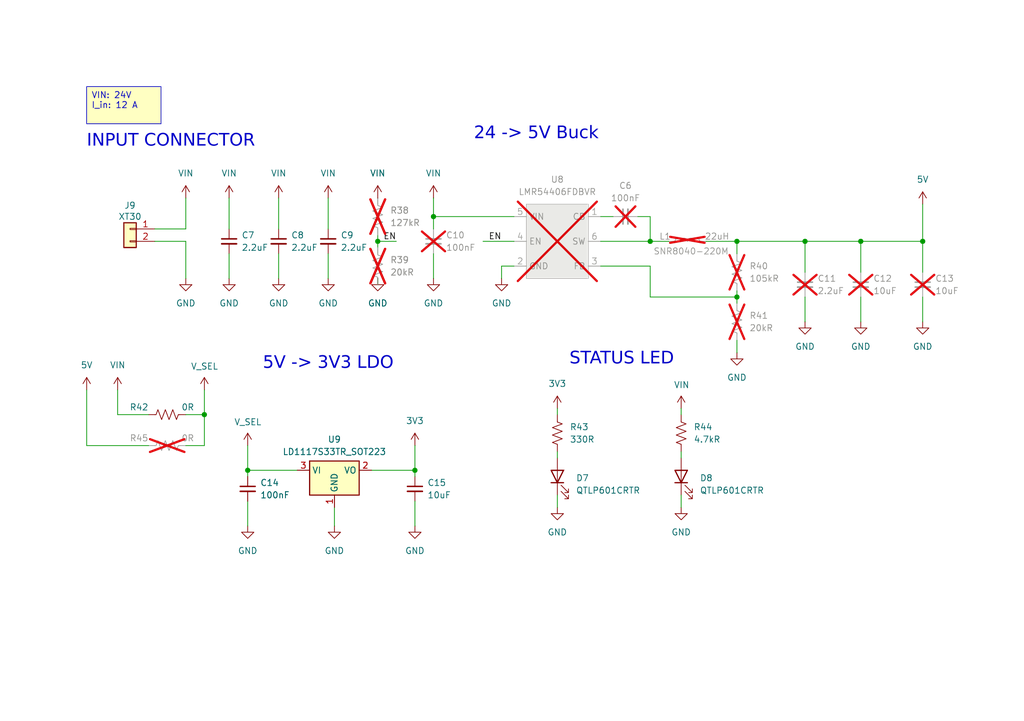
<source format=kicad_sch>
(kicad_sch (version 20231120) (generator "eeschema") (generator_version "8.0")
  (paper "A5")
  (title_block (date "2024-11-13") (rev "1.2.0") (company "Demeter") (comment 1 "Akshat Doctor"))
  (lib_symbols
    (symbol "Connector_Generic:Conn_01x02" (pin_names (offset 1.016) hide)
      (property "Reference" "J" (at 0 2.54 0))
      (property "Value" "Conn_01x02" (at 0 -5.08 0))
      (symbol "Conn_01x02_1_1"
        (rectangle (start -1.27 -2.413) (end 0 -2.667) (stroke (width 0.1524)))
        (rectangle (start -1.27 0.127) (end 0 -0.127) (stroke (width 0.1524)))
        (rectangle (start -1.27 1.27) (end 1.27 -3.81) (stroke (width 0.254)) (fill (type background)))
        (pin passive line (at -5.08 0 0) (length 3.81) (name "Pin_1") (number "1"))
        (pin passive line (at -5.08 -2.54 0) (length 3.81) (name "Pin_2") (number "2"))
      )
    )
    (symbol "Demeter_Extra:LMR54406"
      (property "Reference" "U2" (at 6.35 19.05 0))
      (property "Value" "LMR54406FDBVR" (at 6.35 16.51 0))
      (symbol "LMR54406_1_1"
        (rectangle (start 0 15.24) (end 12.7 0) (stroke (width 0) (color 255 0 0 1)) (fill (type background)))
        (pin passive line (at 15.24 12.7 180) (length 2.54) (name "CB") (number "1"))
        (pin passive line (at -2.54 2.54 0) (length 2.54) (name "GND") (number "2"))
        (pin passive line (at 15.24 2.54 180) (length 2.54) (name "FB") (number "3"))
        (pin passive line (at -2.54 7.62 0) (length 2.54) (name "EN") (number "4"))
        (pin passive line (at -2.54 12.7 0) (length 2.54) (name "VIN") (number "5"))
        (pin passive line (at 15.24 7.62 180) (length 2.54) (name "SW") (number "6"))
      )
    )
    (symbol "Device:C_Small" (pin_numbers hide) (pin_names (offset 0.254) hide)
      (property "Reference" "C" (at 0.254 1.778 0))
      (property "Value" "C_Small" (at 0.254 -2.032 0))
      (symbol "C_Small_0_1"
        (polyline (pts (xy -1.524 -0.508) (xy 1.524 -0.508)) (stroke (width 0.3302)))
        (polyline (pts (xy -1.524 0.508) (xy 1.524 0.508)) (stroke (width 0.3048)))
      )
      (symbol "C_Small_1_1"
        (pin passive line (at 0 2.54 270) (length 2.032) (name "~") (number "1"))
        (pin passive line (at 0 -2.54 90) (length 2.032) (name "~") (number "2"))
      )
    )
    (symbol "Device:L" (pin_numbers hide) (pin_names (offset 1.016) hide)
      (property "Reference" "L" (at -1.27 0 90))
      (property "Value" "L" (at 1.905 0 90))
      (symbol "L_0_1"
        (arc (start 0 -2.54) (mid 0.6323 -1.905) (end 0 -1.27))
        (arc (start 0 -1.27) (mid 0.6323 -0.635) (end 0 0))
        (arc (start 0 0) (mid 0.6323 0.635) (end 0 1.27))
        (arc (start 0 1.27) (mid 0.6323 1.905) (end 0 2.54))
      )
      (symbol "L_1_1"
        (pin passive line (at 0 3.81 270) (length 1.27) (name "1") (number "1"))
        (pin passive line (at 0 -3.81 90) (length 1.27) (name "2") (number "2"))
      )
    )
    (symbol "Device:LED" (pin_numbers hide) (pin_names (offset 1.016) hide)
      (property "Reference" "D" (at 0 2.54 0))
      (property "Value" "LED" (at 0 -2.54 0))
      (symbol "LED_0_1"
        (polyline (pts (xy -1.27 -1.27) (xy -1.27 1.27)) (stroke (width 0.254)))
        (polyline (pts (xy -1.27 0) (xy 1.27 0)))
        (polyline (pts (xy 1.27 -1.27) (xy 1.27 1.27) (xy -1.27 0) (xy 1.27 -1.27)) (stroke (width 0.254)))
        (polyline (pts (xy -3.048 -0.762) (xy -4.572 -2.286) (xy -3.81 -2.286) (xy -4.572 -2.286) (xy -4.572 -1.524)))
        (polyline (pts (xy -1.778 -0.762) (xy -3.302 -2.286) (xy -2.54 -2.286) (xy -3.302 -2.286) (xy -3.302 -1.524)))
      )
      (symbol "LED_1_1"
        (pin passive line (at -3.81 0 0) (length 2.54) (name "K") (number "1"))
        (pin passive line (at 3.81 0 180) (length 2.54) (name "A") (number "2"))
      )
    )
    (symbol "Device:R_US" (pin_numbers hide) (pin_names (offset 0))
      (property "Reference" "R" (at 2.54 0 90))
      (property "Value" "R_US" (at -2.54 0 90))
      (symbol "R_US_0_1"
        (polyline (pts (xy 0 -2.286) (xy 0 -2.54)))
        (polyline (pts (xy 0 2.286) (xy 0 2.54)))
        (polyline (pts (xy 0 -0.762) (xy 1.016 -1.143) (xy 0 -1.524) (xy -1.016 -1.905) (xy 0 -2.286)))
        (polyline (pts (xy 0 0.762) (xy 1.016 0.381) (xy 0 0) (xy -1.016 -0.381) (xy 0 -0.762)))
        (polyline (pts (xy 0 2.286) (xy 1.016 1.905) (xy 0 1.524) (xy -1.016 1.143) (xy 0 0.762)))
      )
      (symbol "R_US_1_1"
        (pin passive line (at 0 3.81 270) (length 1.27) (name "~") (number "1"))
        (pin passive line (at 0 -3.81 90) (length 1.27) (name "~") (number "2"))
      )
    )
    (symbol "Regulator_Linear:LD1117S33TR_SOT223"
      (property "Reference" "U" (at -3.81 3.175 0))
      (property "Value" "LD1117S33TR_SOT223" (at 0 3.175 0))
      (symbol "LD1117S33TR_SOT223_0_1"
        (rectangle (start -5.08 -5.08) (end 5.08 1.905) (stroke (width 0.254)) (fill (type background)))
      )
      (symbol "LD1117S33TR_SOT223_1_1"
        (pin power_in line (at 0 -7.62 90) (length 2.54) (name "GND") (number "1"))
        (pin power_out line (at 7.62 0 180) (length 2.54) (name "VO") (number "2"))
        (pin power_in line (at -7.62 0 0) (length 2.54) (name "VI") (number "3"))
      )
    )
    (symbol "power:GND" (power) (pin_numbers hide) (pin_names (offset 0) hide)
      (property "Value" "GND" (at 0 -3.81 0))
      (symbol "GND_0_1"
        (polyline (pts (xy 0 0) (xy 0 -1.27) (xy 1.27 -1.27) (xy 0 -2.54) (xy -1.27 -1.27) (xy 0 -1.27)))
      )
      (symbol "GND_1_1"
        (pin power_in line (at 0 0 270) (length 0) (name "~") (number "1"))
      )
    )
    (symbol "power:VBUS" (power) (pin_numbers hide) (pin_names (offset 0) hide)
      (property "Value" "VBUS" (at 0 3.556 0))
      (symbol "VBUS_0_1"
        (polyline (pts (xy -0.762 1.27) (xy 0 2.54)))
        (polyline (pts (xy 0 0) (xy 0 2.54)))
        (polyline (pts (xy 0 2.54) (xy 0.762 1.27)))
      )
      (symbol "VBUS_1_1"
        (pin power_in line (at 0 0 90) (length 0) (name "~") (number "1"))
      )
    )
  )
  (junction (at 176.53 49.53))
  (junction (at 189.23 49.53))
  (junction (at 41.91 85.09))
  (junction (at 165.1 49.53))
  (junction (at 77.47 49.53))
  (junction (at 50.8 96.52))
  (junction (at 88.9 44.45))
  (junction (at 85.09 96.52))
  (junction (at 133.35 49.53))
  (junction (at 151.13 49.53))
  (junction (at 151.13 60.96))
  (wire (pts (xy 176.53 60.96) (xy 176.53 66.04)))
  (wire (pts (xy 85.09 96.52) (xy 85.09 97.79)))
  (wire (pts (xy 151.13 69.85) (xy 151.13 72.39)))
  (wire (pts (xy 139.7 101.6) (xy 139.7 104.14)))
  (wire (pts (xy 31.75 49.53) (xy 38.1 49.53)))
  (wire (pts (xy 123.19 44.45) (xy 125.73 44.45)))
  (wire (pts (xy 189.23 49.53) (xy 176.53 49.53)))
  (wire (pts (xy 41.91 80.01) (xy 41.91 85.09)))
  (wire (pts (xy 77.47 49.53) (xy 77.47 50.8)))
  (wire (pts (xy 77.47 48.26) (xy 77.47 49.53)))
  (wire (pts (xy 85.09 102.87) (xy 85.09 107.95)))
  (wire (pts (xy 77.47 49.53) (xy 81.28 49.53)))
  (wire (pts (xy 68.58 104.14) (xy 68.58 107.95)))
  (wire (pts (xy 41.91 91.44) (xy 41.91 85.09)))
  (wire (pts (xy 114.3 101.6) (xy 114.3 104.14)))
  (wire (pts (xy 77.47 57.15) (xy 77.47 58.42)))
  (wire (pts (xy 151.13 59.69) (xy 151.13 60.96)))
  (wire (pts (xy 151.13 49.53) (xy 165.1 49.53)))
  (wire (pts (xy 24.13 85.09) (xy 30.48 85.09)))
  (wire (pts (xy 38.1 49.53) (xy 38.1 57.15)))
  (wire (pts (xy 189.23 60.96) (xy 189.23 66.04)))
  (wire (pts (xy 114.3 92.71) (xy 114.3 93.98)))
  (wire (pts (xy 50.8 96.52) (xy 60.96 96.52)))
  (wire (pts (xy 189.23 55.88) (xy 189.23 49.53)))
  (wire (pts (xy 67.31 52.07) (xy 67.31 57.15)))
  (wire (pts (xy 76.2 96.52) (xy 85.09 96.52)))
  (wire (pts (xy 130.81 44.45) (xy 133.35 44.45)))
  (wire (pts (xy 176.53 49.53) (xy 176.53 55.88)))
  (wire (pts (xy 139.7 92.71) (xy 139.7 93.98)))
  (wire (pts (xy 133.35 44.45) (xy 133.35 49.53)))
  (wire (pts (xy 88.9 44.45) (xy 105.41 44.45)))
  (wire (pts (xy 50.8 96.52) (xy 50.8 97.79)))
  (wire (pts (xy 165.1 60.96) (xy 165.1 66.04)))
  (wire (pts (xy 133.35 60.96) (xy 151.13 60.96)))
  (wire (pts (xy 85.09 91.44) (xy 85.09 96.52)))
  (wire (pts (xy 67.31 40.64) (xy 67.31 46.99)))
  (wire (pts (xy 31.75 46.99) (xy 38.1 46.99)))
  (wire (pts (xy 17.78 80.01) (xy 17.78 91.44)))
  (wire (pts (xy 105.41 54.61) (xy 102.87 54.61)))
  (wire (pts (xy 57.15 40.64) (xy 57.15 46.99)))
  (wire (pts (xy 99.06 49.53) (xy 105.41 49.53)))
  (wire (pts (xy 144.78 49.53) (xy 151.13 49.53)))
  (wire (pts (xy 189.23 41.91) (xy 189.23 49.53)))
  (wire (pts (xy 88.9 44.45) (xy 88.9 46.99)))
  (wire (pts (xy 151.13 49.53) (xy 151.13 52.07)))
  (wire (pts (xy 88.9 52.07) (xy 88.9 57.15)))
  (wire (pts (xy 139.7 83.82) (xy 139.7 85.09)))
  (wire (pts (xy 88.9 40.64) (xy 88.9 44.45)))
  (wire (pts (xy 123.19 54.61) (xy 133.35 54.61)))
  (wire (pts (xy 165.1 49.53) (xy 176.53 49.53)))
  (wire (pts (xy 46.99 40.64) (xy 46.99 46.99)))
  (wire (pts (xy 24.13 80.01) (xy 24.13 85.09)))
  (wire (pts (xy 151.13 60.96) (xy 151.13 62.23)))
  (wire (pts (xy 38.1 40.64) (xy 38.1 46.99)))
  (wire (pts (xy 38.1 91.44) (xy 41.91 91.44)))
  (wire (pts (xy 102.87 54.61) (xy 102.87 57.15)))
  (wire (pts (xy 133.35 49.53) (xy 137.16 49.53)))
  (wire (pts (xy 41.91 85.09) (xy 38.1 85.09)))
  (wire (pts (xy 50.8 102.87) (xy 50.8 107.95)))
  (wire (pts (xy 50.8 91.44) (xy 50.8 96.52)))
  (wire (pts (xy 17.78 91.44) (xy 30.48 91.44)))
  (wire (pts (xy 123.19 49.53) (xy 133.35 49.53)))
  (wire (pts (xy 57.15 52.07) (xy 57.15 57.15)))
  (wire (pts (xy 133.35 54.61) (xy 133.35 60.96)))
  (wire (pts (xy 46.99 52.07) (xy 46.99 57.15)))
  (wire (pts (xy 114.3 83.82) (xy 114.3 85.09)))
  (wire (pts (xy 165.1 49.53) (xy 165.1 55.88)))
  (text_box "VIN: 24V\nI_in: 12 A\n" (at 17.78 17.78 0) (size 15.24 7.62) (fill (type color) (color 255 255 194 1)) (effects (font (size 1.27 1.27)) (justify left top)))
  (text "5V -> 3V3 LDO\n\n" (exclude_from_sim yes) (at 67.31 77.47 0) (effects (font (size 2.54 2.54))))
  (text "STATUS LED\n" (exclude_from_sim yes) (at 127.508 74.422 0) (effects (font (size 2.54 2.54))))
  (text "24 -> 5V Buck\n" (exclude_from_sim yes) (at 109.982 28.194 0) (effects (font (size 2.54 2.54))))
  (text "INPUT CONNECTOR\n" (exclude_from_sim yes) (at 35.052 29.718 0) (effects (font (size 2.54 2.54))))
  (label "EN" (at 81.28 49.53 180))
  (label "EN" (at 102.87 49.53 180))
  (symbol (lib_id "Device:R_US") (at 151.13 55.88 0) (unit 1) (dnp yes)
    (property "Reference" "R40" (at 153.67 54.6099 0) (effects (justify left)))
    (property "Value" "105kR" (at 153.67 57.1499 0) (effects (justify left)))
    (property "Footprint" "Resistor_SMD:R_0402_1005Metric" (effects (hide yes)))
    (property "Description" "Resistor, US symbol" (effects (hide yes)))
    (property "Part Number" "RC0603FR-07105KL" (effects (hide yes)))
  )
  (symbol (lib_id "power:GND") (at 57.15 57.15 0) (unit 1)
    (property "Reference" "#PWR093" (effects (hide yes)))
    (property "Value" "GND" (at 57.15 62.23 0))
    (property "Description" "Power symbol creates a global label with name \"GND\" , ground" (effects (hide yes)))
  )
  (symbol (lib_id "power:VBUS") (at 38.1 40.64 0) (unit 1)
    (property "Reference" "#PWR085" (effects (hide yes)))
    (property "Value" "VIN" (at 38.1 35.56 0))
    (property "Description" "Power symbol creates a global label with name \"VBUS\"" (effects (hide yes)))
  )
  (symbol (lib_id "Device:C_Small") (at 85.09 100.33 0) (unit 1)
    (property "Reference" "C15" (at 87.63 99.0662 0) (effects (justify left)))
    (property "Value" "10uF" (at 87.63 101.6062 0) (effects (justify left)))
    (property "Footprint" "Capacitor_SMD:C_1210_3225Metric" (effects (hide yes)))
    (property "Description" "Unpolarized capacitor, small symbol" (effects (hide yes)))
    (property "Part Number" "CL32B106KMVNNWE" (effects (hide yes)))
  )
  (symbol (lib_id "power:GND") (at 38.1 57.15 0) (unit 1)
    (property "Reference" "#PWR091" (effects (hide yes)))
    (property "Value" "GND" (at 38.1 62.23 0))
    (property "Description" "Power symbol creates a global label with name \"GND\" , ground" (effects (hide yes)))
  )
  (symbol (lib_id "power:VBUS") (at 17.78 80.01 0) (unit 1)
    (property "Reference" "#PWR0102" (effects (hide yes)))
    (property "Value" "5V" (at 17.78 74.93 0))
    (property "Description" "Power symbol creates a global label with name \"VBUS\"" (effects (hide yes)))
  )
  (symbol (lib_id "power:GND") (at 50.8 107.95 0) (unit 1)
    (property "Reference" "#PWR0111" (effects (hide yes)))
    (property "Value" "GND" (at 50.8 113.03 0))
    (property "Description" "Power symbol creates a global label with name \"GND\" , ground" (effects (hide yes)))
  )
  (symbol (lib_id "power:VBUS") (at 88.9 40.64 0) (unit 1)
    (property "Reference" "#PWR084" (effects (hide yes)))
    (property "Value" "VIN" (at 88.9 35.56 0))
    (property "Description" "Power symbol creates a global label with name \"VBUS\"" (effects (hide yes)))
  )
  (symbol (lib_id "Device:C_Small") (at 50.8 100.33 0) (unit 1)
    (property "Reference" "C14" (at 53.34 99.0662 0) (effects (justify left)))
    (property "Value" "100nF" (at 53.34 101.6062 0) (effects (justify left)))
    (property "Footprint" "Capacitor_SMD:C_1206_3216Metric" (effects (hide yes)))
    (property "Description" "Unpolarized capacitor, small symbol" (effects (hide yes)))
    (property "Part Number" "CL31B104KCFNNNE" (effects (hide yes)))
  )
  (symbol (lib_id "power:GND") (at 165.1 66.04 0) (unit 1)
    (property "Reference" "#PWR098" (effects (hide yes)))
    (property "Value" "GND" (at 165.1 71.12 0))
    (property "Description" "Power symbol creates a global label with name \"GND\" , ground" (effects (hide yes)))
  )
  (symbol (lib_id "power:VBUS") (at 67.31 40.64 0) (unit 1)
    (property "Reference" "#PWR088" (effects (hide yes)))
    (property "Value" "VIN" (at 67.31 35.56 0))
    (property "Description" "Power symbol creates a global label with name \"VBUS\"" (effects (hide yes)))
  )
  (symbol (lib_id "Device:C_Small") (at 165.1 58.42 0) (unit 1) (dnp yes)
    (property "Reference" "C11" (at 167.64 57.1562 0) (effects (justify left)))
    (property "Value" "2.2uF" (at 167.64 59.6962 0) (effects (justify left)))
    (property "Footprint" "Capacitor_SMD:C_1206_3216Metric" (effects (hide yes)))
    (property "Description" "Unpolarized capacitor, small symbol" (effects (hide yes)))
    (property "Part Number" "CL31B225KCHSNNE" (effects (hide yes)))
  )
  (symbol (lib_id "power:GND") (at 67.31 57.15 0) (unit 1)
    (property "Reference" "#PWR094" (effects (hide yes)))
    (property "Value" "GND" (at 67.31 62.23 0))
    (property "Description" "Power symbol creates a global label with name \"GND\" , ground" (effects (hide yes)))
  )
  (symbol (lib_id "power:GND") (at 88.9 57.15 0) (unit 1)
    (property "Reference" "#PWR096" (effects (hide yes)))
    (property "Value" "GND" (at 88.9 62.23 0))
    (property "Description" "Power symbol creates a global label with name \"GND\" , ground" (effects (hide yes)))
  )
  (symbol (lib_id "power:VBUS") (at 41.91 80.01 0) (unit 1)
    (property "Reference" "#PWR0104" (effects (hide yes)))
    (property "Value" "V_SEL" (at 39.116 75.184 0) (effects (justify left)))
    (property "Description" "Power symbol creates a global label with name \"VBUS\"" (effects (hide yes)))
  )
  (symbol (lib_id "Device:LED") (at 139.7 97.79 90) (unit 1)
    (property "Reference" "D8" (at 143.51 98.1074 90) (effects (justify right)))
    (property "Value" "QTLP601CRTR" (at 143.51 100.6474 90) (effects (justify right)))
    (property "Footprint" "LED_SMD:LED_0603_1608Metric" (effects (hide yes)))
    (property "Description" "Light emitting diode" (effects (hide yes)))
    (property "Part Number" "QTLP601CRTR" (effects (hide yes)))
  )
  (symbol (lib_id "Device:R_US") (at 151.13 66.04 0) (unit 1) (dnp yes)
    (property "Reference" "R41" (at 153.67 64.7699 0) (effects (justify left)))
    (property "Value" "20kR" (at 153.67 67.3099 0) (effects (justify left)))
    (property "Footprint" "Resistor_SMD:R_0402_1005Metric" (effects (hide yes)))
    (property "Description" "Resistor, US symbol" (effects (hide yes)))
    (property "Part Number" "RC0603FR-0720KL" (effects (hide yes)))
  )
  (symbol (lib_id "Device:C_Small") (at 176.53 58.42 0) (unit 1) (dnp yes)
    (property "Reference" "C12" (at 179.07 57.1562 0) (effects (justify left)))
    (property "Value" "10uF" (at 179.07 59.6962 0) (effects (justify left)))
    (property "Footprint" "Capacitor_SMD:C_1210_3225Metric" (effects (hide yes)))
    (property "Description" "Unpolarized capacitor, small symbol" (effects (hide yes)))
    (property "Part Number" "CL32B106KMVNNWE" (effects (hide yes)))
  )
  (symbol (lib_id "Device:R_US") (at 114.3 88.9 180) (unit 1)
    (property "Reference" "R43" (at 116.84 87.6299 0) (effects (justify right)))
    (property "Value" "330R" (at 116.84 90.1699 0) (effects (justify right)))
    (property "Footprint" "Resistor_SMD:R_0402_1005Metric" (effects (hide yes)))
    (property "Description" "Resistor, US symbol" (effects (hide yes)))
    (property "Part Number" "RC0603FR-07330RL" (effects (hide yes)))
  )
  (symbol (lib_id "power:GND") (at 68.58 107.95 0) (unit 1)
    (property "Reference" "#PWR0112" (effects (hide yes)))
    (property "Value" "GND" (at 68.58 113.03 0))
    (property "Description" "Power symbol creates a global label with name \"GND\" , ground" (effects (hide yes)))
  )
  (symbol (lib_id "Device:R_US") (at 139.7 88.9 180) (unit 1)
    (property "Reference" "R44" (at 142.24 87.6299 0) (effects (justify right)))
    (property "Value" "4.7kR" (at 142.24 90.1699 0) (effects (justify right)))
    (property "Footprint" "Resistor_SMD:R_0603_1608Metric" (effects (hide yes)))
    (property "Description" "Resistor, US symbol" (effects (hide yes)))
    (property "Part Number" "RC0603FR-074K7L" (effects (hide yes)))
  )
  (symbol (lib_id "power:GND") (at 114.3 104.14 0) (mirror y) (unit 1)
    (property "Reference" "#PWR0109" (effects (hide yes)))
    (property "Value" "GND" (at 114.3 109.22 0))
    (property "Description" "Power symbol creates a global label with name \"GND\" , ground" (effects (hide yes)))
  )
  (symbol (lib_id "power:VBUS") (at 139.7 83.82 0) (mirror y) (unit 1)
    (property "Reference" "#PWR0106" (effects (hide yes)))
    (property "Value" "VIN" (at 138.176 78.994 0) (effects (justify right)))
    (property "Description" "Power symbol creates a global label with name \"VBUS\"" (effects (hide yes)))
  )
  (symbol (lib_id "Device:C_Small") (at 88.9 49.53 0) (unit 1) (dnp yes)
    (property "Reference" "C10" (at 91.44 48.2662 0) (effects (justify left)))
    (property "Value" "100nF" (at 91.44 50.8062 0) (effects (justify left)))
    (property "Footprint" "Capacitor_SMD:C_1206_3216Metric" (effects (hide yes)))
    (property "Description" "Unpolarized capacitor, small symbol" (effects (hide yes)))
    (property "Part Number" "CL31B104KCFNNNE" (effects (hide yes)))
  )
  (symbol (lib_id "Connector_Generic:Conn_01x02") (at 26.67 46.99 0) (mirror y) (unit 1)
    (property "Reference" "J9" (at 26.67 42.164 0))
    (property "Value" "XT30" (at 26.67 44.45 0))
    (property "Footprint" "DEMETER_LIB:XT30" (effects (hide yes)))
    (property "Description" "Generic connector, single row, 01x02, script generated (kicad-library-utils/schlib/autogen/connector/)" (effects (hide yes)))
    (property "Part Number" "XT30" (effects (hide yes)))
  )
  (symbol (lib_id "power:GND") (at 85.09 107.95 0) (unit 1)
    (property "Reference" "#PWR0113" (effects (hide yes)))
    (property "Value" "GND" (at 85.09 113.03 0))
    (property "Description" "Power symbol creates a global label with name \"GND\" , ground" (effects (hide yes)))
  )
  (symbol (lib_id "power:VBUS") (at 189.23 41.91 0) (unit 1)
    (property "Reference" "#PWR090" (effects (hide yes)))
    (property "Value" "5V" (at 189.23 36.83 0))
    (property "Description" "Power symbol creates a global label with name \"VBUS\"" (effects (hide yes)))
  )
  (symbol (lib_id "power:GND") (at 46.99 57.15 0) (unit 1)
    (property "Reference" "#PWR092" (effects (hide yes)))
    (property "Value" "GND" (at 46.99 62.23 0))
    (property "Description" "Power symbol creates a global label with name \"GND\" , ground" (effects (hide yes)))
  )
  (symbol (lib_id "Demeter_Extra:LMR54406") (at 107.95 57.15 0) (unit 1) (dnp yes)
    (property "Reference" "U8" (at 114.3 36.83 0))
    (property "Value" "LMR54406FDBVR" (at 114.3 39.37 0))
    (property "Footprint" "Package_TO_SOT_SMD:SOT-23-6" (effects (hide yes)))
    (property "Part Number" "LMR54406FDBVR" (effects (hide yes)))
  )
  (symbol (lib_id "power:GND") (at 102.87 57.15 0) (unit 1)
    (property "Reference" "#PWR097" (effects (hide yes)))
    (property "Value" "GND" (at 102.87 62.23 0))
    (property "Description" "Power symbol creates a global label with name \"GND\" , ground" (effects (hide yes)))
  )
  (symbol (lib_id "Device:R_US") (at 34.29 91.44 90) (unit 1) (dnp yes)
    (property "Reference" "R45" (at 30.48 89.916 90) (effects (justify left)))
    (property "Value" "0R" (at 39.878 89.916 90) (effects (justify left)))
    (property "Footprint" "Resistor_SMD:R_0603_1608Metric" (effects (hide yes)))
    (property "Description" "Resistor, US symbol" (effects (hide yes)))
    (property "Part Number" "RC0603FR-070RL" (effects (hide yes)))
  )
  (symbol (lib_id "Device:R_US") (at 77.47 54.61 0) (unit 1) (dnp yes)
    (property "Reference" "R39" (at 80.01 53.3399 0) (effects (justify left)))
    (property "Value" "20kR" (at 80.01 55.8799 0) (effects (justify left)))
    (property "Footprint" "Resistor_SMD:R_0402_1005Metric" (effects (hide yes)))
    (property "Description" "Resistor, US symbol" (effects (hide yes)))
    (property "Part Number" "RC0603FR-0720KL" (effects (hide yes)))
  )
  (symbol (lib_id "power:GND") (at 151.13 72.39 0) (unit 1)
    (property "Reference" "#PWR0101" (effects (hide yes)))
    (property "Value" "GND" (at 151.13 77.47 0))
    (property "Description" "Power symbol creates a global label with name \"GND\" , ground" (effects (hide yes)))
  )
  (symbol (lib_id "Device:C_Small") (at 67.31 49.53 0) (unit 1)
    (property "Reference" "C9" (at 69.85 48.2662 0) (effects (justify left)))
    (property "Value" "2.2uF" (at 69.85 50.8062 0) (effects (justify left)))
    (property "Footprint" "Capacitor_SMD:C_1206_3216Metric" (effects (hide yes)))
    (property "Description" "Unpolarized capacitor, small symbol" (effects (hide yes)))
    (property "Part Number" "CL31B225KCHSNNE" (effects (hide yes)))
  )
  (symbol (lib_id "power:GND") (at 176.53 66.04 0) (unit 1)
    (property "Reference" "#PWR099" (effects (hide yes)))
    (property "Value" "GND" (at 176.53 71.12 0))
    (property "Description" "Power symbol creates a global label with name \"GND\" , ground" (effects (hide yes)))
  )
  (symbol (lib_id "Device:R_US") (at 77.47 44.45 0) (unit 1) (dnp yes)
    (property "Reference" "R38" (at 80.01 43.1799 0) (effects (justify left)))
    (property "Value" "127kR" (at 80.01 45.7199 0) (effects (justify left)))
    (property "Footprint" "Resistor_SMD:R_0402_1005Metric" (effects (hide yes)))
    (property "Description" "Resistor, US symbol" (effects (hide yes)))
    (property "Part Number" "RC0603FR-07127KL" (effects (hide yes)))
  )
  (symbol (lib_id "Device:C_Small") (at 128.27 44.45 90) (unit 1) (dnp yes)
    (property "Reference" "C6" (at 128.2763 38.1 90))
    (property "Value" "100nF" (at 128.2763 40.64 90))
    (property "Footprint" "Capacitor_SMD:C_1206_3216Metric" (effects (hide yes)))
    (property "Description" "Unpolarized capacitor, small symbol" (effects (hide yes)))
    (property "Part Number" "CL31B104KCFNNNE" (effects (hide yes)))
  )
  (symbol (lib_id "power:VBUS") (at 50.8 91.44 0) (unit 1)
    (property "Reference" "#PWR0107" (effects (hide yes)))
    (property "Value" "V_SEL" (at 48.006 86.614 0) (effects (justify left)))
    (property "Description" "Power symbol creates a global label with name \"VBUS\"" (effects (hide yes)))
  )
  (symbol (lib_id "Regulator_Linear:LD1117S33TR_SOT223") (at 68.58 96.52 0) (unit 1)
    (property "Reference" "U9" (at 68.58 90.17 0))
    (property "Value" "LD1117S33TR_SOT223" (at 68.58 92.71 0))
    (property "Footprint" "Package_TO_SOT_SMD:SOT-223-3_TabPin2" (effects (hide yes)))
    (property "Datasheet" "http://www.st.com/st-web-ui/static/active/en/resource/technical/document/datasheet/CD00000544.pdf" (effects (hide yes)))
    (property "Description" "800mA Fixed Low Drop Positive Voltage Regulator, Fixed Output 3.3V, SOT-223" (effects (hide yes)))
    (property "Part Number" "LD1117S33TR_SOT223" (effects (hide yes)))
  )
  (symbol (lib_id "power:GND") (at 189.23 66.04 0) (unit 1)
    (property "Reference" "#PWR0100" (effects (hide yes)))
    (property "Value" "GND" (at 189.23 71.12 0))
    (property "Description" "Power symbol creates a global label with name \"GND\" , ground" (effects (hide yes)))
  )
  (symbol (lib_id "Device:LED") (at 114.3 97.79 90) (unit 1)
    (property "Reference" "D7" (at 118.11 98.1074 90) (effects (justify right)))
    (property "Value" "QTLP601CRTR" (at 118.11 100.6474 90) (effects (justify right)))
    (property "Footprint" "LED_SMD:LED_0603_1608Metric" (effects (hide yes)))
    (property "Description" "Light emitting diode" (effects (hide yes)))
    (property "Part Number" "QTLP601CRTR" (effects (hide yes)))
  )
  (symbol (lib_id "power:VBUS") (at 57.15 40.64 0) (unit 1)
    (property "Reference" "#PWR087" (effects (hide yes)))
    (property "Value" "VIN" (at 57.15 35.56 0))
    (property "Description" "Power symbol creates a global label with name \"VBUS\"" (effects (hide yes)))
  )
  (symbol (lib_id "power:VBUS") (at 24.13 80.01 0) (unit 1)
    (property "Reference" "#PWR0103" (effects (hide yes)))
    (property "Value" "VIN" (at 24.13 74.93 0))
    (property "Description" "Power symbol creates a global label with name \"VBUS\"" (effects (hide yes)))
  )
  (symbol (lib_id "power:GND") (at 77.47 57.15 0) (unit 1)
    (property "Reference" "#PWR095" (effects (hide yes)))
    (property "Value" "GND" (at 77.47 62.23 0))
    (property "Description" "Power symbol creates a global label with name \"GND\" , ground" (effects (hide yes)))
  )
  (symbol (lib_id "power:VBUS") (at 114.3 83.82 0) (mirror y) (unit 1)
    (property "Reference" "#PWR0105" (effects (hide yes)))
    (property "Value" "3V3" (at 114.3 78.74 0))
    (property "Description" "Power symbol creates a global label with name \"VBUS\"" (effects (hide yes)))
  )
  (symbol (lib_id "Device:C_Small") (at 189.23 58.42 0) (unit 1) (dnp yes)
    (property "Reference" "C13" (at 191.77 57.1562 0) (effects (justify left)))
    (property "Value" "10uF" (at 191.77 59.6962 0) (effects (justify left)))
    (property "Footprint" "Capacitor_SMD:C_1210_3225Metric" (effects (hide yes)))
    (property "Description" "Unpolarized capacitor, small symbol" (effects (hide yes)))
    (property "Part Number" "CL32B106KMVNNWE" (effects (hide yes)))
  )
  (symbol (lib_id "Device:L") (at 140.97 49.53 90) (unit 1) (dnp yes)
    (property "Reference" "L1" (at 136.398 48.514 90))
    (property "Value" "22uH" (at 147.066 48.514 90))
    (property "Footprint" "Inductor_SMD:L_Bourns-SRN8040_8x8.15mm" (effects (hide yes)))
    (property "Description" "Inductor" (effects (hide yes)))
    (property "Part Number" "SNR8040-220M" (at 141.732 51.562 90))
  )
  (symbol (lib_id "power:VBUS") (at 77.47 40.64 0) (unit 1)
    (property "Reference" "#PWR089" (effects (hide yes)))
    (property "Value" "VIN" (at 77.47 35.56 0))
    (property "Description" "Power symbol creates a global label with name \"VBUS\"" (effects (hide yes)))
  )
  (symbol (lib_id "Device:C_Small") (at 57.15 49.53 0) (unit 1)
    (property "Reference" "C8" (at 59.69 48.2662 0) (effects (justify left)))
    (property "Value" "2.2uF" (at 59.69 50.8062 0) (effects (justify left)))
    (property "Footprint" "Capacitor_SMD:C_1206_3216Metric" (effects (hide yes)))
    (property "Description" "Unpolarized capacitor, small symbol" (effects (hide yes)))
    (property "Part Number" "CL31B225KCHSNNE" (effects (hide yes)))
  )
  (symbol (lib_id "Device:R_US") (at 34.29 85.09 90) (unit 1)
    (property "Reference" "R42" (at 30.48 83.566 90) (effects (justify left)))
    (property "Value" "0R" (at 39.878 83.566 90) (effects (justify left)))
    (property "Footprint" "Resistor_SMD:R_0603_1608Metric" (effects (hide yes)))
    (property "Description" "Resistor, US symbol" (effects (hide yes)))
    (property "Part Number" "RC0603FR-070RL" (effects (hide yes)))
  )
  (symbol (lib_id "power:VBUS") (at 85.09 91.44 0) (mirror y) (unit 1)
    (property "Reference" "#PWR0108" (effects (hide yes)))
    (property "Value" "3V3" (at 85.09 86.36 0))
    (property "Description" "Power symbol creates a global label with name \"VBUS\"" (effects (hide yes)))
  )
  (symbol (lib_id "power:VBUS") (at 46.99 40.64 0) (unit 1)
    (property "Reference" "#PWR086" (effects (hide yes)))
    (property "Value" "VIN" (at 46.99 35.56 0))
    (property "Description" "Power symbol creates a global label with name \"VBUS\"" (effects (hide yes)))
  )
  (symbol (lib_id "power:GND") (at 139.7 104.14 0) (mirror y) (unit 1)
    (property "Reference" "#PWR0110" (effects (hide yes)))
    (property "Value" "GND" (at 139.7 109.22 0))
    (property "Description" "Power symbol creates a global label with name \"GND\" , ground" (effects (hide yes)))
  )
  (symbol (lib_id "Device:C_Small") (at 46.99 49.53 0) (unit 1)
    (property "Reference" "C7" (at 49.53 48.2662 0) (effects (justify left)))
    (property "Value" "2.2uF" (at 49.53 50.8062 0) (effects (justify left)))
    (property "Footprint" "Capacitor_SMD:C_1206_3216Metric" (effects (hide yes)))
    (property "Description" "Unpolarized capacitor, small symbol" (effects (hide yes)))
    (property "Part Number" "CL31B225KCHSNNE" (effects (hide yes)))
  )
)
</source>
